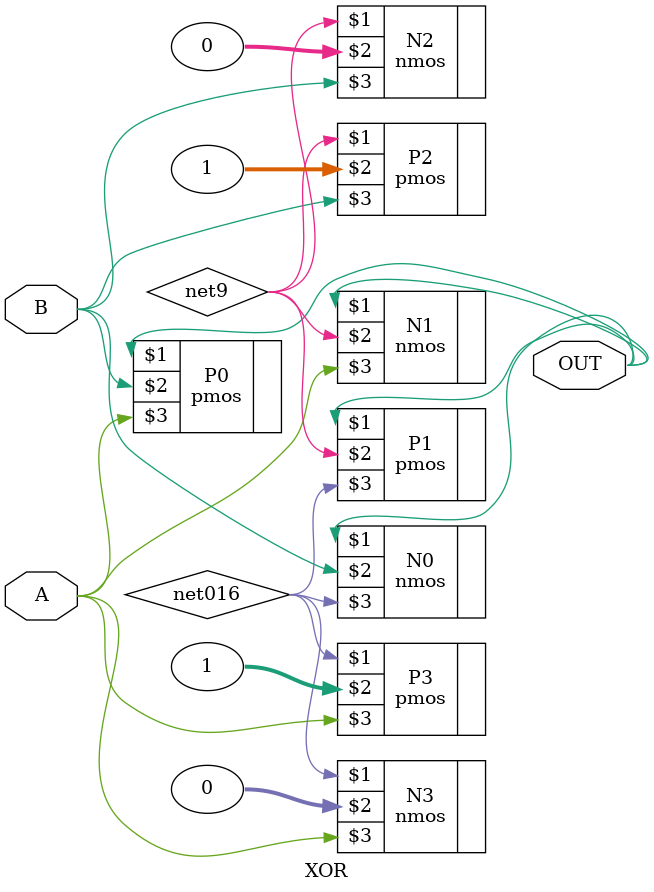
<source format=v>
`timescale 1ns / 1ns 

module XOR ( OUT, A, B );
output  OUT;

input  A, B;


specify 
    specparam CDS_LIBNAME  = "ECE555";
    specparam CDS_CELLNAME = "XOR";
    specparam CDS_VIEWNAME = "schematic";
endspecify

nmos N3 ( net016, 0, A);
nmos N2 ( net9, 0, B);
nmos N1 ( OUT, net9, A);
nmos N0 ( OUT, B, net016);
pmos P3 ( net016, 1, A);
pmos P2 ( net9, 1, B);
pmos P1 ( OUT, net9, net016);
pmos P0 ( OUT, B, A);

endmodule

</source>
